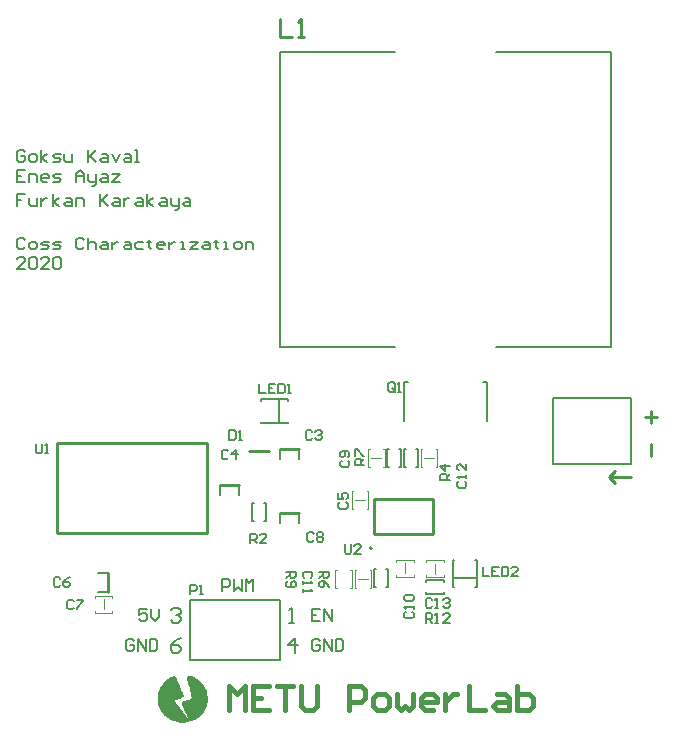
<source format=gto>
G04*
G04 #@! TF.GenerationSoftware,Altium Limited,Altium Designer,18.0.7 (293)*
G04*
G04 Layer_Color=65535*
%FSLAX25Y25*%
%MOIN*%
G70*
G01*
G75*
%ADD10C,0.00394*%
%ADD11C,0.00787*%
%ADD12C,0.01000*%
%ADD13C,0.00500*%
%ADD14C,0.00315*%
%ADD15C,0.01600*%
%ADD16C,0.00800*%
%ADD17C,0.00591*%
D10*
X347012Y301563D02*
G03*
X347012Y301563I-197J0D01*
G01*
D11*
X378994Y262747D02*
G03*
X378994Y262747I-394J0D01*
G01*
X328350Y280622D02*
Y283968D01*
X334650Y280622D02*
Y283968D01*
X439500Y291000D02*
Y312906D01*
Y291000D02*
X465500Y291000D01*
X439500Y313000D02*
X465500D01*
Y291000D02*
Y313000D01*
X318500Y245500D02*
X348500D01*
Y225500D02*
Y245500D01*
X318500Y225500D02*
X348500D01*
X318500D02*
Y245500D01*
X287622Y254650D02*
X290968D01*
X287622Y248350D02*
X290968D01*
X348350Y271122D02*
Y274468D01*
X354650Y271122D02*
Y274468D01*
X348350Y292622D02*
Y295969D01*
X354650Y292622D02*
Y295969D01*
X458618Y329752D02*
Y428177D01*
X348382Y329752D02*
Y428177D01*
X420429Y329752D02*
X458618D01*
X348382D02*
X386571D01*
X348382Y428177D02*
X386571D01*
X420429D02*
X458618D01*
X263411Y394754D02*
X262755Y395410D01*
X261443D01*
X260787Y394754D01*
Y392130D01*
X261443Y391475D01*
X262755D01*
X263411Y392130D01*
Y393442D01*
X262099D01*
X265379Y391475D02*
X266691D01*
X267347Y392130D01*
Y393442D01*
X266691Y394098D01*
X265379D01*
X264723Y393442D01*
Y392130D01*
X265379Y391475D01*
X268659D02*
Y395410D01*
Y392786D02*
X270627Y394098D01*
X268659Y392786D02*
X270627Y391475D01*
X272595D02*
X274563D01*
X275218Y392130D01*
X274563Y392786D01*
X273251D01*
X272595Y393442D01*
X273251Y394098D01*
X275218D01*
X276530D02*
Y392130D01*
X277186Y391475D01*
X279154D01*
Y394098D01*
X284402Y395410D02*
Y391475D01*
Y392786D01*
X287026Y395410D01*
X285058Y393442D01*
X287026Y391475D01*
X288994Y394098D02*
X290305D01*
X290961Y393442D01*
Y391475D01*
X288994D01*
X288338Y392130D01*
X288994Y392786D01*
X290961D01*
X292273Y394098D02*
X293585Y391475D01*
X294897Y394098D01*
X296865D02*
X298177D01*
X298833Y393442D01*
Y391475D01*
X296865D01*
X296209Y392130D01*
X296865Y392786D01*
X298833D01*
X300145Y391475D02*
X301457D01*
X300801D01*
Y395410D01*
X300145D01*
X263411Y388798D02*
X260787D01*
Y384862D01*
X263411D01*
X260787Y386830D02*
X262099D01*
X264723Y384862D02*
Y387486D01*
X266691D01*
X267347Y386830D01*
Y384862D01*
X270627D02*
X269315D01*
X268659Y385518D01*
Y386830D01*
X269315Y387486D01*
X270627D01*
X271283Y386830D01*
Y386174D01*
X268659D01*
X272595Y384862D02*
X274563D01*
X275218Y385518D01*
X274563Y386174D01*
X273251D01*
X272595Y386830D01*
X273251Y387486D01*
X275218D01*
X280466Y384862D02*
Y387486D01*
X281778Y388798D01*
X283090Y387486D01*
Y384862D01*
Y386830D01*
X280466D01*
X284402Y387486D02*
Y385518D01*
X285058Y384862D01*
X287026D01*
Y384206D01*
X286370Y383550D01*
X285714D01*
X287026Y384862D02*
Y387486D01*
X288994D02*
X290305D01*
X290961Y386830D01*
Y384862D01*
X288994D01*
X288338Y385518D01*
X288994Y386174D01*
X290961D01*
X292273Y387486D02*
X294897D01*
X292273Y384862D01*
X294897D01*
X263411Y380873D02*
X260787D01*
Y378905D01*
X262099D01*
X260787D01*
Y376937D01*
X264723Y379561D02*
Y377593D01*
X265379Y376937D01*
X267347D01*
Y379561D01*
X268659D02*
Y376937D01*
Y378249D01*
X269315Y378905D01*
X269971Y379561D01*
X270627D01*
X272595Y376937D02*
Y380873D01*
Y378249D02*
X274563Y379561D01*
X272595Y378249D02*
X274563Y376937D01*
X277186Y379561D02*
X278498D01*
X279154Y378905D01*
Y376937D01*
X277186D01*
X276530Y377593D01*
X277186Y378249D01*
X279154D01*
X280466Y376937D02*
Y379561D01*
X282434D01*
X283090Y378905D01*
Y376937D01*
X288338Y380873D02*
Y376937D01*
Y378249D01*
X290961Y380873D01*
X288994Y378905D01*
X290961Y376937D01*
X292929Y379561D02*
X294241D01*
X294897Y378905D01*
Y376937D01*
X292929D01*
X292273Y377593D01*
X292929Y378249D01*
X294897D01*
X296209Y379561D02*
Y376937D01*
Y378249D01*
X296865Y378905D01*
X297521Y379561D01*
X298177D01*
X300801D02*
X302113D01*
X302769Y378905D01*
Y376937D01*
X300801D01*
X300145Y377593D01*
X300801Y378249D01*
X302769D01*
X304081Y376937D02*
Y380873D01*
Y378249D02*
X306048Y379561D01*
X304081Y378249D02*
X306048Y376937D01*
X308672Y379561D02*
X309984D01*
X310640Y378905D01*
Y376937D01*
X308672D01*
X308016Y377593D01*
X308672Y378249D01*
X310640D01*
X311952Y379561D02*
Y377593D01*
X312608Y376937D01*
X314576D01*
Y376281D01*
X313920Y375625D01*
X313264D01*
X314576Y376937D02*
Y379561D01*
X316544D02*
X317856D01*
X318512Y378905D01*
Y376937D01*
X316544D01*
X315888Y377593D01*
X316544Y378249D01*
X318512D01*
X263411Y365680D02*
X262755Y366336D01*
X261443D01*
X260787Y365680D01*
Y363056D01*
X261443Y362400D01*
X262755D01*
X263411Y363056D01*
X265379Y362400D02*
X266691D01*
X267347Y363056D01*
Y364368D01*
X266691Y365024D01*
X265379D01*
X264723Y364368D01*
Y363056D01*
X265379Y362400D01*
X268659D02*
X270627D01*
X271283Y363056D01*
X270627Y363712D01*
X269315D01*
X268659Y364368D01*
X269315Y365024D01*
X271283D01*
X272595Y362400D02*
X274563D01*
X275218Y363056D01*
X274563Y363712D01*
X273251D01*
X272595Y364368D01*
X273251Y365024D01*
X275218D01*
X283090Y365680D02*
X282434Y366336D01*
X281122D01*
X280466Y365680D01*
Y363056D01*
X281122Y362400D01*
X282434D01*
X283090Y363056D01*
X284402Y366336D02*
Y362400D01*
Y364368D01*
X285058Y365024D01*
X286370D01*
X287026Y364368D01*
Y362400D01*
X288994Y365024D02*
X290305D01*
X290961Y364368D01*
Y362400D01*
X288994D01*
X288338Y363056D01*
X288994Y363712D01*
X290961D01*
X292273Y365024D02*
Y362400D01*
Y363712D01*
X292929Y364368D01*
X293585Y365024D01*
X294241D01*
X296865D02*
X298177D01*
X298833Y364368D01*
Y362400D01*
X296865D01*
X296209Y363056D01*
X296865Y363712D01*
X298833D01*
X302769Y365024D02*
X300801D01*
X300145Y364368D01*
Y363056D01*
X300801Y362400D01*
X302769D01*
X304736Y365680D02*
Y365024D01*
X304081D01*
X305393D01*
X304736D01*
Y363056D01*
X305393Y362400D01*
X309328D02*
X308016D01*
X307360Y363056D01*
Y364368D01*
X308016Y365024D01*
X309328D01*
X309984Y364368D01*
Y363712D01*
X307360D01*
X311296Y365024D02*
Y362400D01*
Y363712D01*
X311952Y364368D01*
X312608Y365024D01*
X313264D01*
X315232Y362400D02*
X316544D01*
X315888D01*
Y365024D01*
X315232D01*
X318512D02*
X321135D01*
X318512Y362400D01*
X321135D01*
X323103Y365024D02*
X324415D01*
X325071Y364368D01*
Y362400D01*
X323103D01*
X322447Y363056D01*
X323103Y363712D01*
X325071D01*
X327039Y365680D02*
Y365024D01*
X326383D01*
X327695D01*
X327039D01*
Y363056D01*
X327695Y362400D01*
X329663D02*
X330975D01*
X330319D01*
Y365024D01*
X329663D01*
X333599Y362400D02*
X334910D01*
X335566Y363056D01*
Y364368D01*
X334910Y365024D01*
X333599D01*
X332943Y364368D01*
Y363056D01*
X333599Y362400D01*
X336878D02*
Y365024D01*
X338846D01*
X339502Y364368D01*
Y362400D01*
X263411Y355787D02*
X260787D01*
X263411Y358411D01*
Y359067D01*
X262755Y359723D01*
X261443D01*
X260787Y359067D01*
X264723D02*
X265379Y359723D01*
X266691D01*
X267347Y359067D01*
Y356443D01*
X266691Y355787D01*
X265379D01*
X264723Y356443D01*
Y359067D01*
X271283Y355787D02*
X268659D01*
X271283Y358411D01*
Y359067D01*
X270627Y359723D01*
X269315D01*
X268659Y359067D01*
X272595D02*
X273251Y359723D01*
X274563D01*
X275218Y359067D01*
Y356443D01*
X274563Y355787D01*
X273251D01*
X272595Y356443D01*
Y359067D01*
X329000Y248500D02*
Y252436D01*
X330968D01*
X331624Y251780D01*
Y250468D01*
X330968Y249812D01*
X329000D01*
X332936Y252436D02*
Y248500D01*
X334248Y249812D01*
X335560Y248500D01*
Y252436D01*
X336872Y248500D02*
Y252436D01*
X338183Y251124D01*
X339495Y252436D01*
Y248500D01*
X361624Y242436D02*
X359000D01*
Y238500D01*
X361624D01*
X359000Y240468D02*
X360312D01*
X362936Y238500D02*
Y242436D01*
X365560Y238500D01*
Y242436D01*
X304124D02*
X301500D01*
Y240468D01*
X302812Y241124D01*
X303468D01*
X304124Y240468D01*
Y239156D01*
X303468Y238500D01*
X302156D01*
X301500Y239156D01*
X305436Y242436D02*
Y239812D01*
X306748Y238500D01*
X308060Y239812D01*
Y242436D01*
X299624Y231780D02*
X298968Y232436D01*
X297656D01*
X297000Y231780D01*
Y229156D01*
X297656Y228500D01*
X298968D01*
X299624Y229156D01*
Y230468D01*
X298312D01*
X300936Y228500D02*
Y232436D01*
X303560Y228500D01*
Y232436D01*
X304872D02*
Y228500D01*
X306839D01*
X307495Y229156D01*
Y231780D01*
X306839Y232436D01*
X304872D01*
X361624Y231780D02*
X360968Y232436D01*
X359656D01*
X359000Y231780D01*
Y229156D01*
X359656Y228500D01*
X360968D01*
X361624Y229156D01*
Y230468D01*
X360312D01*
X362936Y228500D02*
Y232436D01*
X365560Y228500D01*
Y232436D01*
X366872D02*
Y228500D01*
X368839D01*
X369495Y229156D01*
Y231780D01*
X368839Y232436D01*
X366872D01*
D12*
X328350Y283968D02*
X334650D01*
X458000Y286500D02*
X460000Y284500D01*
X458000Y286500D02*
X460000Y288500D01*
X458000Y286500D02*
X458500Y286500D01*
X458000Y286500D02*
X465500D01*
X290968Y248350D02*
Y254650D01*
X324000Y267724D02*
Y298039D01*
X274158Y267724D02*
X324000D01*
X274000D02*
Y298039D01*
X274158D02*
X323764D01*
X338154Y295067D02*
X344748D01*
X348350Y274468D02*
X354650D01*
X379638Y267465D02*
Y279276D01*
X399323D01*
X379638Y267465D02*
X399323D01*
Y279276D01*
X348350Y295969D02*
X354650D01*
X472001Y293500D02*
Y297499D01*
Y304500D02*
Y308499D01*
X470002Y306499D02*
X474000D01*
X348400Y439163D02*
Y433165D01*
X352399D01*
X354398D02*
X356397D01*
X355398D01*
Y439163D01*
X354398Y438163D01*
D13*
X317800Y212000D02*
X324000D01*
X317200Y211800D02*
X324000Y211800D01*
X316600Y211600D02*
X324000D01*
X316000Y211400D02*
X323800Y211400D01*
X316000Y211200D02*
X323800D01*
X316000Y211000D02*
X323800D01*
X316200Y210800D02*
X323800D01*
X316200Y210600D02*
X323600D01*
X316200Y210400D02*
X323600D01*
X316400Y210200D02*
X323600D01*
X316400Y210000D02*
X323400Y210000D01*
X316600Y209800D02*
X323400D01*
X316600Y209600D02*
X323400Y209600D01*
X316800Y209400D02*
X323200D01*
X316800Y209200D02*
X323200Y209200D01*
X316800Y209000D02*
X323000Y209000D01*
X317000Y208800D02*
X322800D01*
X317000Y208600D02*
X322800D01*
X317200Y208400D02*
X322600D01*
X317200Y208200D02*
X322600Y208200D01*
X317400Y208000D02*
X322400D01*
X317400Y207800D02*
X322200Y207800D01*
X317600Y207600D02*
X322000D01*
X317600Y207400D02*
X321800D01*
X308000Y214000D02*
X315800D01*
X308000Y213800D02*
X316000D01*
X308000Y213600D02*
X316000Y213600D01*
X312800Y205600D02*
X317800Y205600D01*
X317600Y220000D02*
X318800Y220000D01*
X317600Y219800D02*
X319400D01*
X317800Y219600D02*
X319800Y219600D01*
X317800Y219400D02*
X320200D01*
X317800Y219200D02*
X320400Y219200D01*
X317800Y219000D02*
X320800D01*
X318000Y218800D02*
X321000D01*
X318000Y218600D02*
X321200D01*
X318000Y218400D02*
X321400D01*
X318000Y218200D02*
X321600D01*
X310000Y218000D02*
X314200D01*
X309800Y217800D02*
X314400D01*
X309600Y217600D02*
X314400D01*
X309600Y217400D02*
X314400Y217400D01*
X309400Y217200D02*
X314600Y217200D01*
X309200Y217000D02*
X314600Y217000D01*
X309200Y216800D02*
X314800D01*
X309000Y216600D02*
X314800D01*
X308800Y216400D02*
X314800D01*
X308800Y216200D02*
X315000D01*
X308600Y216000D02*
X315000D01*
X308600Y215800D02*
X315200Y215800D01*
X308600Y215600D02*
X315200D01*
X308400Y215400D02*
X315200D01*
X308400Y215200D02*
X315400D01*
X308200Y215000D02*
X315400D01*
X308200Y214800D02*
X315600D01*
X308200Y214600D02*
X315600D01*
X308200Y214400D02*
X315600D01*
X308000Y214200D02*
X315800D01*
X308000Y213400D02*
X316000Y213400D01*
X308000Y213200D02*
X315400D01*
X308000Y213000D02*
X315000D01*
X308000Y212800D02*
X314400D01*
X308000Y212600D02*
X314000D01*
X308000Y212400D02*
X313400D01*
X308000Y212200D02*
X313000Y212200D01*
X308000Y212000D02*
X312800D01*
X308000Y211800D02*
X313000Y211800D01*
X308000Y211600D02*
X313200D01*
X308000Y211400D02*
X313400D01*
X308000Y211200D02*
X313400D01*
X308200Y211000D02*
X313600D01*
X308200Y210800D02*
X313800D01*
X308200Y210600D02*
X314000D01*
X308200Y210400D02*
X314000D01*
X308400Y210200D02*
X314200D01*
X308400Y210000D02*
X314400Y210000D01*
X308600Y209800D02*
X314600Y209800D01*
X308600Y209600D02*
X314800Y209600D01*
X308800Y209400D02*
X314800D01*
X308800Y209200D02*
X315000Y209200D01*
X309000Y209000D02*
X315200Y209000D01*
X309000Y208800D02*
X315400D01*
X309200Y208600D02*
X315400D01*
X309200Y208400D02*
X315600Y208400D01*
X309400Y208200D02*
X315800Y208200D01*
X309600Y208000D02*
X316000D01*
X309800Y207800D02*
X316000D01*
X310000Y207600D02*
X316200D01*
X317600Y207200D02*
X321600D01*
X317800Y207000D02*
X321400Y207000D01*
X317800Y206800D02*
X321200D01*
X318000Y206600D02*
X321000D01*
X318000Y206400D02*
X320600D01*
X313400Y205400D02*
X318000D01*
X314000Y205200D02*
X317800Y205200D01*
X319200Y214000D02*
X323800Y214000D01*
X319200Y213800D02*
X323800D01*
X319200Y213600D02*
X324000D01*
X318200Y206000D02*
X320000Y206000D01*
X318200Y205800D02*
X319600D01*
X318400Y205600D02*
X319000D01*
X312000Y206000D02*
X317400Y206000D01*
X312400Y205800D02*
X317600D01*
X318200Y218000D02*
X321800Y218000D01*
X318200Y217800D02*
X322000Y217800D01*
X318200Y217600D02*
X322200D01*
X318200Y217400D02*
X322400D01*
X318400Y217200D02*
X322600D01*
X318400Y217000D02*
X322600D01*
X318400Y216800D02*
X322800D01*
X318600Y216600D02*
X323000D01*
X318600Y216400D02*
X323000D01*
X318600Y216200D02*
X323200D01*
X318600Y216000D02*
X323200D01*
X318800Y215800D02*
X323400Y215800D01*
X318800Y215600D02*
X323400Y215600D01*
X318800Y215400D02*
X323600D01*
X318800Y215200D02*
X323600Y215200D01*
X319000Y215000D02*
X323600D01*
X319000Y214800D02*
X323600Y214800D01*
X319000Y214600D02*
X323800D01*
X319000Y214400D02*
X323800Y214400D01*
X319200Y214200D02*
X323800D01*
X319400Y213400D02*
X324000Y213400D01*
X319400Y213200D02*
X324000D01*
X319400Y213000D02*
X324000D01*
X319400Y212800D02*
X324000D01*
X319200Y212600D02*
X324000D01*
X318800Y212400D02*
X324000D01*
X318400Y212200D02*
X324000D01*
X318200Y206200D02*
X320400Y206200D01*
X313000Y220000D02*
X313200Y220000D01*
X312600Y219800D02*
X313400D01*
X312000Y219600D02*
X313400D01*
X311800Y219400D02*
X313600D01*
X311400Y219200D02*
X313600Y219200D01*
X311200Y219000D02*
X313800D01*
X310800Y218800D02*
X313800D01*
X310600Y218600D02*
X314000D01*
X310400Y218400D02*
X314000D01*
X310200Y218200D02*
X314200D01*
X310200Y207400D02*
X316400Y207400D01*
X310200Y207200D02*
X316600D01*
X310600Y207000D02*
X316800D01*
X310800Y206800D02*
X316800D01*
X311000Y206600D02*
X317000D01*
X311400Y206400D02*
X317200D01*
X311600Y206200D02*
X317400D01*
X315000Y205000D02*
X316800D01*
X389700Y290000D02*
X390300D01*
X389700Y296000D02*
X390300D01*
X389700Y290000D02*
Y296000D01*
X393700Y290000D02*
X394300D01*
X393700Y296000D02*
X394300D01*
Y290000D02*
Y296000D01*
X348000Y304500D02*
Y312500D01*
X342000Y312000D02*
Y312500D01*
X351000Y312000D02*
Y312500D01*
X342000Y304500D02*
Y305000D01*
X351000Y304500D02*
Y305000D01*
X342000Y312500D02*
X351000D01*
X342000Y304500D02*
X351000D01*
X343200Y278000D02*
X343800D01*
X343200Y272000D02*
X343800D01*
Y278000D01*
X339200D02*
X339800D01*
X339200Y272000D02*
X339800D01*
X339200D02*
Y278000D01*
X384200Y290000D02*
X384800D01*
X384200Y296000D02*
X384800D01*
X384200Y290000D02*
Y296000D01*
X388200Y290000D02*
X388800D01*
X388200Y296000D02*
X388800D01*
Y290000D02*
Y296000D01*
X417279Y305063D02*
Y318055D01*
X416098D02*
X417279D01*
X389721D02*
X390902D01*
X389721Y305063D02*
Y318055D01*
X379700Y250000D02*
X380300D01*
X379700Y256000D02*
X380300D01*
X379700Y250000D02*
Y256000D01*
X383700Y250000D02*
X384300D01*
X383700Y256000D02*
X384300D01*
Y250000D02*
Y256000D01*
X403000Y247700D02*
Y248300D01*
X397000Y247700D02*
Y248300D01*
Y247700D02*
X403000D01*
Y251700D02*
Y252300D01*
X397000Y251700D02*
Y252300D01*
X403000D01*
X406000Y253000D02*
X414000D01*
X413500Y259000D02*
X414000D01*
X413500Y250000D02*
X414000D01*
X406000Y259000D02*
X406500D01*
X406000Y250000D02*
X406500D01*
X414000D02*
Y259000D01*
X406000Y250000D02*
Y259000D01*
D14*
X396228Y292953D02*
X399575Y292953D01*
X400756Y290000D02*
Y295905D01*
X400244Y295905D02*
X400756Y295905D01*
X400244Y290000D02*
X400756D01*
X395244Y295905D02*
X395756D01*
X395244Y290000D02*
X395756Y290000D01*
X395244Y290000D02*
Y295905D01*
X289547Y245772D02*
X289547Y242425D01*
X286595Y241244D02*
X292500D01*
X292500Y241756D02*
X292500Y241244D01*
X286595D02*
Y241756D01*
X292500Y246244D02*
Y246756D01*
X286595D02*
X286595Y246244D01*
X286595Y246756D02*
X292500D01*
X373228Y278953D02*
X376575Y278953D01*
X377756Y276000D02*
Y281906D01*
X377244Y281906D02*
X377756Y281906D01*
X377244Y276000D02*
X377756Y276000D01*
X372244Y281906D02*
X372756Y281906D01*
X372244Y276000D02*
X372756Y276000D01*
X372244Y276000D02*
Y281906D01*
X366744Y249594D02*
Y255500D01*
Y249594D02*
X367256Y249594D01*
X366744Y255500D02*
X367256D01*
X371744Y249594D02*
X372256D01*
X371744Y255500D02*
X372256Y255500D01*
Y249594D02*
Y255500D01*
X374425Y252452D02*
X377772Y252453D01*
X373244Y249500D02*
Y255405D01*
Y249500D02*
X373756Y249500D01*
X373244Y255405D02*
X373756D01*
X378244Y249500D02*
X378756D01*
X378244Y255405D02*
X378756Y255405D01*
Y249500D02*
Y255405D01*
X399953Y257575D02*
X399953Y254228D01*
X397000Y258756D02*
X402906D01*
X397000D02*
X397000Y258244D01*
X402906D02*
Y258756D01*
X397000Y253244D02*
Y253756D01*
X402906D02*
X402906Y253244D01*
X397000D02*
X402906D01*
X390047Y257772D02*
X390048Y254425D01*
X387094Y253244D02*
X393000D01*
X393000Y253756D02*
X393000Y253244D01*
X387094D02*
X387094Y253756D01*
X393000Y258244D02*
X393000Y258756D01*
X387094D02*
X387094Y258244D01*
X387094Y258756D02*
X393000D01*
X377744Y290000D02*
Y295905D01*
Y290000D02*
X378256Y290000D01*
X377744Y295905D02*
X378256D01*
X382744Y290000D02*
X383256D01*
X382744Y295905D02*
X383256Y295905D01*
Y290000D02*
Y295905D01*
X378728Y292953D02*
X382075Y292953D01*
D15*
X331300Y209000D02*
Y216997D01*
X333966Y214332D01*
X336632Y216997D01*
Y209000D01*
X344629Y216997D02*
X339297D01*
Y209000D01*
X344629D01*
X339297Y212999D02*
X341963D01*
X347295Y216997D02*
X352626D01*
X349961D01*
Y209000D01*
X355292Y216997D02*
Y210333D01*
X356625Y209000D01*
X359291D01*
X360624Y210333D01*
Y216997D01*
X371287Y209000D02*
Y216997D01*
X375286D01*
X376619Y215665D01*
Y212999D01*
X375286Y211666D01*
X371287D01*
X380617Y209000D02*
X383283D01*
X384616Y210333D01*
Y212999D01*
X383283Y214332D01*
X380617D01*
X379285Y212999D01*
Y210333D01*
X380617Y209000D01*
X387282Y214332D02*
Y210333D01*
X388615Y209000D01*
X389948Y210333D01*
X391281Y209000D01*
X392614Y210333D01*
Y214332D01*
X399278Y209000D02*
X396612D01*
X395279Y210333D01*
Y212999D01*
X396612Y214332D01*
X399278D01*
X400611Y212999D01*
Y211666D01*
X395279D01*
X403277Y214332D02*
Y209000D01*
Y211666D01*
X404610Y212999D01*
X405942Y214332D01*
X407275D01*
X411274Y216997D02*
Y209000D01*
X416606D01*
X420604Y214332D02*
X423270D01*
X424603Y212999D01*
Y209000D01*
X420604D01*
X419272Y210333D01*
X420604Y211666D01*
X424603D01*
X427269Y216997D02*
Y209000D01*
X431268D01*
X432600Y210333D01*
Y211666D01*
Y212999D01*
X431268Y214332D01*
X427269D01*
D16*
X315332Y232998D02*
X313666Y232165D01*
X312000Y230499D01*
Y228833D01*
X312833Y228000D01*
X314499D01*
X315332Y228833D01*
Y229666D01*
X314499Y230499D01*
X312000D01*
Y242165D02*
X312833Y242998D01*
X314499D01*
X315332Y242165D01*
Y241332D01*
X314499Y240499D01*
X313666D01*
X314499D01*
X315332Y239666D01*
Y238833D01*
X314499Y238000D01*
X312833D01*
X312000Y238833D01*
X351500Y238000D02*
X353166D01*
X352333D01*
Y242998D01*
X351500Y242165D01*
X353499Y228000D02*
Y232998D01*
X351000Y230499D01*
X354332D01*
D17*
X318500Y247500D02*
Y250649D01*
X320074D01*
X320599Y250124D01*
Y249074D01*
X320074Y248550D01*
X318500D01*
X321649Y247500D02*
X322698D01*
X322173D01*
Y250649D01*
X321649Y250124D01*
X370000Y264149D02*
Y261525D01*
X370525Y261000D01*
X371574D01*
X372099Y261525D01*
Y264149D01*
X375248Y261000D02*
X373149D01*
X375248Y263099D01*
Y263624D01*
X374723Y264149D01*
X373673D01*
X373149Y263624D01*
X267000Y297649D02*
Y295025D01*
X267525Y294500D01*
X268574D01*
X269099Y295025D01*
Y297649D01*
X270149Y294500D02*
X271198D01*
X270673D01*
Y297649D01*
X270149Y297124D01*
X397000Y238000D02*
Y241149D01*
X398574D01*
X399099Y240624D01*
Y239574D01*
X398574Y239050D01*
X397000D01*
X398049D02*
X399099Y238000D01*
X400149D02*
X401198D01*
X400673D01*
Y241149D01*
X400149Y240624D01*
X404872Y238000D02*
X402772D01*
X404872Y240099D01*
Y240624D01*
X404347Y241149D01*
X403297D01*
X402772Y240624D01*
X350500Y255000D02*
X353649D01*
Y253426D01*
X353124Y252901D01*
X352074D01*
X351550Y253426D01*
Y255000D01*
Y253951D02*
X350500Y252901D01*
X351025Y251851D02*
X350500Y251327D01*
Y250277D01*
X351025Y249752D01*
X353124D01*
X353649Y250277D01*
Y251327D01*
X353124Y251851D01*
X352599D01*
X352074Y251327D01*
Y249752D01*
X376500Y290500D02*
X373351D01*
Y292074D01*
X373876Y292599D01*
X374926D01*
X375450Y292074D01*
Y290500D01*
Y291549D02*
X376500Y292599D01*
X373351Y293649D02*
Y295748D01*
X373876D01*
X375975Y293649D01*
X376500D01*
X361500Y255000D02*
X364649D01*
Y253426D01*
X364124Y252901D01*
X363074D01*
X362549Y253426D01*
Y255000D01*
Y253951D02*
X361500Y252901D01*
X364649Y249752D02*
X364124Y250802D01*
X363074Y251851D01*
X362025D01*
X361500Y251327D01*
Y250277D01*
X362025Y249752D01*
X362549D01*
X363074Y250277D01*
Y251851D01*
X405000Y285500D02*
X401851D01*
Y287074D01*
X402376Y287599D01*
X403426D01*
X403951Y287074D01*
Y285500D01*
Y286549D02*
X405000Y287599D01*
Y290223D02*
X401851D01*
X403426Y288649D01*
Y290748D01*
X338500Y264500D02*
Y267649D01*
X340074D01*
X340599Y267124D01*
Y266074D01*
X340074Y265549D01*
X338500D01*
X339549D02*
X340599Y264500D01*
X343748D02*
X341649D01*
X343748Y266599D01*
Y267124D01*
X343223Y267649D01*
X342173D01*
X341649Y267124D01*
X386599Y315525D02*
Y317624D01*
X386074Y318149D01*
X385025D01*
X384500Y317624D01*
Y315525D01*
X385025Y315000D01*
X386074D01*
X385549Y316050D02*
X386599Y315000D01*
X386074D02*
X386599Y315525D01*
X387649Y315000D02*
X388698D01*
X388173D01*
Y318149D01*
X387649Y317624D01*
X416000Y256649D02*
Y253500D01*
X418099D01*
X421248Y256649D02*
X419149D01*
Y253500D01*
X421248D01*
X419149Y255074D02*
X420198D01*
X422297Y256649D02*
Y253500D01*
X423872D01*
X424396Y254025D01*
Y256124D01*
X423872Y256649D01*
X422297D01*
X427545Y253500D02*
X425446D01*
X427545Y255599D01*
Y256124D01*
X427020Y256649D01*
X425971D01*
X425446Y256124D01*
X341500Y317649D02*
Y314500D01*
X343599D01*
X346748Y317649D02*
X344649D01*
Y314500D01*
X346748D01*
X344649Y316074D02*
X345698D01*
X347797Y317649D02*
Y314500D01*
X349372D01*
X349896Y315025D01*
Y317124D01*
X349372Y317649D01*
X347797D01*
X350946Y314500D02*
X351995D01*
X351470D01*
Y317649D01*
X350946Y317124D01*
X331500Y302149D02*
Y299000D01*
X333074D01*
X333599Y299525D01*
Y301624D01*
X333074Y302149D01*
X331500D01*
X334649Y299000D02*
X335698D01*
X335173D01*
Y302149D01*
X334649Y301624D01*
X399099Y245624D02*
X398574Y246149D01*
X397525D01*
X397000Y245624D01*
Y243525D01*
X397525Y243000D01*
X398574D01*
X399099Y243525D01*
X400149Y243000D02*
X401198D01*
X400673D01*
Y246149D01*
X400149Y245624D01*
X402772D02*
X403297Y246149D01*
X404347D01*
X404872Y245624D01*
Y245099D01*
X404347Y244574D01*
X403822D01*
X404347D01*
X404872Y244050D01*
Y243525D01*
X404347Y243000D01*
X403297D01*
X402772Y243525D01*
X407876Y285099D02*
X407351Y284574D01*
Y283525D01*
X407876Y283000D01*
X409975D01*
X410500Y283525D01*
Y284574D01*
X409975Y285099D01*
X410500Y286149D02*
Y287198D01*
Y286673D01*
X407351D01*
X407876Y286149D01*
X410500Y290872D02*
Y288772D01*
X408401Y290872D01*
X407876D01*
X407351Y290347D01*
Y289297D01*
X407876Y288772D01*
X358624Y252901D02*
X359149Y253426D01*
Y254475D01*
X358624Y255000D01*
X356525D01*
X356000Y254475D01*
Y253426D01*
X356525Y252901D01*
X356000Y251851D02*
Y250802D01*
Y251327D01*
X359149D01*
X358624Y251851D01*
X356000Y249228D02*
Y248178D01*
Y248703D01*
X359149D01*
X358624Y249228D01*
X390376Y241599D02*
X389851Y241074D01*
Y240025D01*
X390376Y239500D01*
X392475D01*
X393000Y240025D01*
Y241074D01*
X392475Y241599D01*
X393000Y242649D02*
Y243698D01*
Y243173D01*
X389851D01*
X390376Y242649D01*
Y245272D02*
X389851Y245797D01*
Y246847D01*
X390376Y247372D01*
X392475D01*
X393000Y246847D01*
Y245797D01*
X392475Y245272D01*
X390376D01*
X368876Y292005D02*
X368351Y291480D01*
Y290430D01*
X368876Y289906D01*
X370975D01*
X371500Y290430D01*
Y291480D01*
X370975Y292005D01*
Y293054D02*
X371500Y293579D01*
Y294628D01*
X370975Y295153D01*
X368876D01*
X368351Y294628D01*
Y293579D01*
X368876Y293054D01*
X369401D01*
X369926Y293579D01*
Y295153D01*
X359599Y267624D02*
X359074Y268149D01*
X358025D01*
X357500Y267624D01*
Y265525D01*
X358025Y265000D01*
X359074D01*
X359599Y265525D01*
X360649Y267624D02*
X361173Y268149D01*
X362223D01*
X362748Y267624D01*
Y267099D01*
X362223Y266574D01*
X362748Y266050D01*
Y265525D01*
X362223Y265000D01*
X361173D01*
X360649Y265525D01*
Y266050D01*
X361173Y266574D01*
X360649Y267099D01*
Y267624D01*
X361173Y266574D02*
X362223D01*
X279599Y245124D02*
X279074Y245649D01*
X278025D01*
X277500Y245124D01*
Y243025D01*
X278025Y242500D01*
X279074D01*
X279599Y243025D01*
X280649Y245649D02*
X282748D01*
Y245124D01*
X280649Y243025D01*
Y242500D01*
X275099Y252624D02*
X274574Y253149D01*
X273525D01*
X273000Y252624D01*
Y250525D01*
X273525Y250000D01*
X274574D01*
X275099Y250525D01*
X278248Y253149D02*
X277198Y252624D01*
X276149Y251574D01*
Y250525D01*
X276673Y250000D01*
X277723D01*
X278248Y250525D01*
Y251049D01*
X277723Y251574D01*
X276149D01*
X368376Y278099D02*
X367851Y277574D01*
Y276525D01*
X368376Y276000D01*
X370475D01*
X371000Y276525D01*
Y277574D01*
X370475Y278099D01*
X367851Y281248D02*
Y279149D01*
X369426D01*
X368901Y280198D01*
Y280723D01*
X369426Y281248D01*
X370475D01*
X371000Y280723D01*
Y279673D01*
X370475Y279149D01*
X331099Y295124D02*
X330574Y295649D01*
X329525D01*
X329000Y295124D01*
Y293025D01*
X329525Y292500D01*
X330574D01*
X331099Y293025D01*
X333723Y292500D02*
Y295649D01*
X332149Y294074D01*
X334248D01*
X359099Y301624D02*
X358574Y302149D01*
X357525D01*
X357000Y301624D01*
Y299525D01*
X357525Y299000D01*
X358574D01*
X359099Y299525D01*
X360149Y301624D02*
X360673Y302149D01*
X361723D01*
X362248Y301624D01*
Y301099D01*
X361723Y300574D01*
X361198D01*
X361723D01*
X362248Y300049D01*
Y299525D01*
X361723Y299000D01*
X360673D01*
X360149Y299525D01*
M02*

</source>
